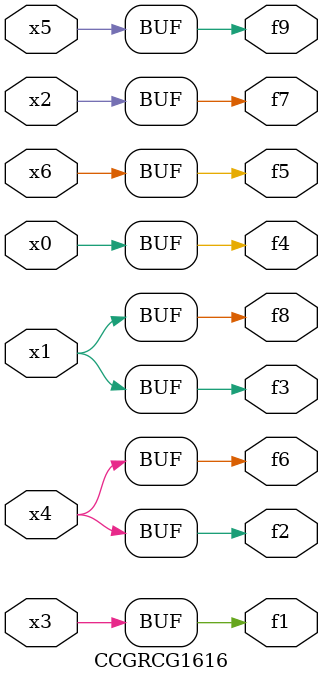
<source format=v>
module CCGRCG1616(
	input x0, x1, x2, x3, x4, x5, x6,
	output f1, f2, f3, f4, f5, f6, f7, f8, f9
);
	assign f1 = x3;
	assign f2 = x4;
	assign f3 = x1;
	assign f4 = x0;
	assign f5 = x6;
	assign f6 = x4;
	assign f7 = x2;
	assign f8 = x1;
	assign f9 = x5;
endmodule

</source>
